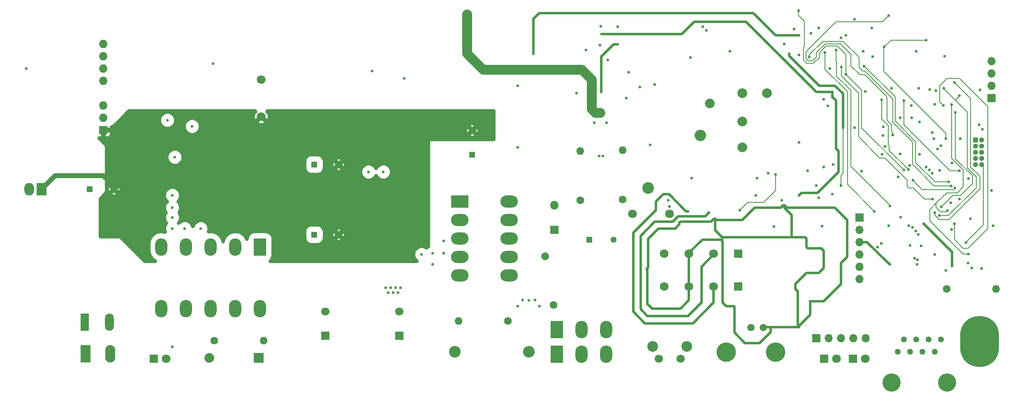
<source format=gbr>
G04 #@! TF.FileFunction,Copper,L3,Inr,Signal*
%FSLAX46Y46*%
G04 Gerber Fmt 4.6, Leading zero omitted, Abs format (unit mm)*
G04 Created by KiCad (PCBNEW 4.0.2-stable) date 06/03/2018 00:18:55*
%MOMM*%
G01*
G04 APERTURE LIST*
%ADD10C,0.100000*%
%ADD11C,1.998980*%
%ADD12R,1.998980X1.998980*%
%ADD13R,1.300000X1.300000*%
%ADD14C,1.300000*%
%ADD15C,1.700000*%
%ADD16R,1.700000X1.700000*%
%ADD17R,1.727200X1.727200*%
%ADD18O,1.727200X1.727200*%
%ADD19O,3.600000X2.500000*%
%ADD20R,3.600000X2.500000*%
%ADD21O,2.500000X3.600000*%
%ADD22R,2.500000X3.600000*%
%ADD23C,1.600000*%
%ADD24O,1.600000X1.600000*%
%ADD25C,2.400000*%
%ADD26O,2.400000X2.400000*%
%ADD27C,2.400000*%
%ADD28C,3.750000*%
%ADD29C,1.250000*%
%ADD30R,2.100000X3.600000*%
%ADD31O,2.100000X3.600000*%
%ADD32O,1.700000X1.700000*%
%ADD33R,1.050000X1.050000*%
%ADD34C,1.050000*%
%ADD35R,1.800000X1.800000*%
%ADD36C,1.800000*%
%ADD37R,1.800000X3.600000*%
%ADD38O,1.800000X3.600000*%
%ADD39C,2.200000*%
%ADD40C,1.600000*%
%ADD41O,1.800000X1.800000*%
%ADD42O,8.000000X10.500000*%
%ADD43R,2.000000X2.600000*%
%ADD44O,2.000000X2.600000*%
%ADD45C,1.500000*%
%ADD46C,4.000000*%
%ADD47C,0.600000*%
%ADD48C,2.000000*%
%ADD49C,0.180000*%
%ADD50C,0.500000*%
%ADD51C,2.000000*%
%ADD52C,1.000000*%
%ADD53C,0.800000*%
G04 APERTURE END LIST*
D10*
D11*
X156464000Y-226824540D03*
D12*
X166624000Y-226824540D03*
D13*
X131826000Y-192024000D03*
D14*
X136826000Y-192024000D03*
D13*
X234696000Y-202438000D03*
D14*
X239696000Y-202438000D03*
D13*
X210566000Y-184912000D03*
D14*
X210566000Y-179912000D03*
D15*
X180340000Y-217250000D03*
D16*
X180340000Y-222250000D03*
D15*
X195580000Y-217250000D03*
D16*
X195580000Y-222250000D03*
D13*
X178054000Y-201422000D03*
D14*
X183054000Y-201422000D03*
D17*
X134620000Y-179832000D03*
D18*
X134620000Y-177292000D03*
X134620000Y-174752000D03*
X134620000Y-169672000D03*
X134620000Y-167132000D03*
X134620000Y-164592000D03*
X134620000Y-162052000D03*
D19*
X208026000Y-209804000D03*
X208026000Y-205994000D03*
X218186000Y-209804000D03*
X218186000Y-205994000D03*
X208026000Y-202184000D03*
X208026000Y-198374000D03*
D20*
X208026000Y-194564000D03*
D19*
X218186000Y-194564000D03*
X218186000Y-198374000D03*
X218186000Y-202184000D03*
D21*
X146558000Y-203962000D03*
X151638000Y-203962000D03*
X146558000Y-216662000D03*
X151638000Y-216662000D03*
X156718000Y-203962000D03*
X161798000Y-203962000D03*
D22*
X166878000Y-203962000D03*
D21*
X166878000Y-216662000D03*
X161798000Y-216662000D03*
X156718000Y-216662000D03*
D23*
X217932000Y-219202000D03*
D24*
X207772000Y-219202000D03*
D25*
X207010000Y-225552000D03*
D26*
X222250000Y-225552000D03*
D23*
X157480000Y-223266000D03*
D24*
X167640000Y-223266000D03*
D25*
X246761000Y-191770000D03*
D27*
X257537307Y-180993693D02*
X257537307Y-180993693D01*
D23*
X232791000Y-194310000D03*
D24*
X232791000Y-184150000D03*
D23*
X241554000Y-194183000D03*
D24*
X241554000Y-184023000D03*
D28*
X308356000Y-231902000D03*
D29*
X299466000Y-223012000D03*
D28*
X296924000Y-231902000D03*
D29*
X302006000Y-223012000D03*
X304546000Y-223012000D03*
X307086000Y-223012000D03*
X298196000Y-225552000D03*
X300736000Y-225552000D03*
X303276000Y-225552000D03*
X305816000Y-225552000D03*
D30*
X131000000Y-226000000D03*
D31*
X136080000Y-226000000D03*
D21*
X238160000Y-226080000D03*
X233080000Y-226080000D03*
D22*
X228000000Y-226080000D03*
X228000000Y-221000000D03*
D21*
X233080000Y-221000000D03*
X238160000Y-221000000D03*
D16*
X281432000Y-222758000D03*
D32*
X283972000Y-222758000D03*
X286512000Y-222758000D03*
X289052000Y-222758000D03*
X291592000Y-222758000D03*
D16*
X290322000Y-197866000D03*
D32*
X290322000Y-200406000D03*
X290322000Y-202946000D03*
X290322000Y-205486000D03*
X290322000Y-208026000D03*
X290322000Y-210566000D03*
D33*
X314198000Y-181864000D03*
D34*
X314198000Y-183134000D03*
X314198000Y-184404000D03*
X314198000Y-185674000D03*
X314198000Y-186944000D03*
X315468000Y-183134000D03*
X315468000Y-184404000D03*
X315468000Y-185674000D03*
X315468000Y-186944000D03*
X315468000Y-181864000D03*
D35*
X289000000Y-227000000D03*
D36*
X291540000Y-227000000D03*
D35*
X283000000Y-227000000D03*
D36*
X285540000Y-227000000D03*
D35*
X145000000Y-227000000D03*
D36*
X147540000Y-227000000D03*
D13*
X178054000Y-186944000D03*
D14*
X183054000Y-186944000D03*
D37*
X130810000Y-219456000D03*
D38*
X135890000Y-219456000D03*
D39*
X247750000Y-224500000D03*
X254750000Y-224500000D03*
D15*
X249000000Y-227000000D03*
X253500000Y-227000000D03*
D36*
X260286500Y-212153500D03*
X255206500Y-212153500D03*
X250126500Y-212153500D03*
D35*
X265366500Y-212153500D03*
D36*
X260286500Y-205359000D03*
X255206500Y-205359000D03*
X250126500Y-205359000D03*
D35*
X265366500Y-205359000D03*
D23*
X227330000Y-215900000D03*
D40*
X225565735Y-205894353D02*
X225565735Y-205894353D01*
D35*
X227457000Y-200406000D03*
D41*
X227457000Y-195326000D03*
D36*
X243586000Y-197104000D03*
X251206000Y-197104000D03*
D42*
X315000000Y-223500000D03*
D16*
X317500000Y-173228000D03*
D32*
X317500000Y-170688000D03*
X317500000Y-168148000D03*
X317500000Y-165608000D03*
D43*
X121920000Y-192024000D03*
D44*
X119380000Y-192024000D03*
D23*
X308229000Y-212598000D03*
D24*
X318389000Y-212598000D03*
D45*
X268000000Y-220620000D03*
X270540000Y-220620000D03*
D46*
X273080000Y-225700000D03*
X262920000Y-225700000D03*
D36*
X167132000Y-169418000D03*
X167132000Y-177038000D03*
D47*
X301294800Y-190233300D03*
X309968900Y-191846200D03*
X284734000Y-193040000D03*
X282638500Y-199707500D03*
X313436000Y-208280000D03*
X219964000Y-216154000D03*
X222250000Y-215011000D03*
X220980000Y-214884000D03*
X274828000Y-162078620D03*
X309395106Y-186616094D03*
X308102000Y-208788000D03*
X302260000Y-206629000D03*
X282956000Y-173482000D03*
X279654000Y-188214000D03*
X268986000Y-193294000D03*
X274828000Y-195326000D03*
X240538000Y-158496000D03*
X237045500Y-158432500D03*
X233997500Y-163322000D03*
X236918500Y-162306000D03*
X280289000Y-159893000D03*
X298704000Y-177292000D03*
X290703000Y-188341000D03*
X289306000Y-156972000D03*
X301625000Y-206248000D03*
X307848000Y-164592000D03*
X196596000Y-169164000D03*
X219964000Y-170688000D03*
X219964000Y-183388000D03*
X246532400Y-208508600D03*
X276860000Y-159004000D03*
X277876000Y-164338000D03*
X255524000Y-164846000D03*
X258826000Y-159258000D03*
X258064000Y-158496000D03*
X263652000Y-163576000D03*
X295554400Y-183261000D03*
X295173400Y-180949600D03*
X317500000Y-192278000D03*
X238506000Y-165354000D03*
X312623200Y-207264000D03*
X296926002Y-171195998D03*
X305816000Y-174498000D03*
X294970200Y-184835800D03*
X301193200Y-199948800D03*
X305816000Y-205486000D03*
X300609000Y-187172600D03*
X298246800Y-189560200D03*
X296291000Y-199593200D03*
X309245000Y-200355200D03*
X300431200Y-199593200D03*
X291084000Y-163576000D03*
X302006000Y-163576000D03*
X317855600Y-199632000D03*
X313131200Y-198120000D03*
X282956000Y-187452000D03*
X247186660Y-182924660D03*
X251206000Y-195580000D03*
X250952000Y-194310000D03*
X246634000Y-215646000D03*
X248158000Y-200914000D03*
X253238000Y-198882000D03*
X260604000Y-198120000D03*
X268224000Y-196342000D03*
X287782000Y-200152000D03*
X287782000Y-205740000D03*
X286512000Y-211582000D03*
X280162000Y-215138000D03*
X277876000Y-220472000D03*
X237490000Y-185166000D03*
X236728000Y-185166000D03*
X223520000Y-214884000D03*
X224409000Y-216154000D03*
X194310000Y-213360000D03*
X192786000Y-212344000D03*
X193294000Y-213360000D03*
X195326000Y-213360000D03*
X194818000Y-212344000D03*
X193802000Y-212344000D03*
X195834000Y-212344000D03*
X281559000Y-195834000D03*
X284734000Y-195834000D03*
X277876000Y-193294000D03*
X237998000Y-160020000D03*
X237236000Y-160020000D03*
X291528500Y-171919900D03*
X305308000Y-180340000D03*
X284734000Y-172974000D03*
X289306000Y-179324000D03*
X284734000Y-171958000D03*
X275844000Y-164084000D03*
X286512000Y-191262000D03*
X295198800Y-179222402D03*
X286893000Y-179324000D03*
D48*
X209550000Y-155956000D03*
D47*
X271526000Y-188722000D03*
X255778000Y-189738000D03*
X284175200Y-167208202D03*
X306070000Y-171704000D03*
X235585000Y-171831000D03*
X236982000Y-176276000D03*
X235966000Y-176276000D03*
X147828000Y-177800000D03*
X172212000Y-193548000D03*
X189738000Y-203962000D03*
X189738000Y-205232000D03*
X188976000Y-204724000D03*
X188976000Y-202946000D03*
X190754000Y-203454000D03*
X190754000Y-204724000D03*
X190246000Y-202692000D03*
X195072000Y-177292000D03*
X195580000Y-176784000D03*
X194564000Y-176784000D03*
X196088000Y-177292000D03*
X196596000Y-176784000D03*
X172212000Y-192532000D03*
X170942000Y-193548000D03*
X172212000Y-191516000D03*
X170942000Y-192532000D03*
X170942000Y-191516000D03*
X169672000Y-192532000D03*
X169672000Y-193548000D03*
X169672000Y-191516000D03*
X148590000Y-188214000D03*
X147066000Y-188468000D03*
X149352000Y-188976000D03*
X147828000Y-187706000D03*
X148082000Y-188976000D03*
X149352000Y-187960000D03*
X148590000Y-189738000D03*
X188976000Y-205994000D03*
X190754000Y-205740000D03*
X194056000Y-181356000D03*
X194056000Y-182372000D03*
X281940000Y-193852800D03*
X298678600Y-184772300D03*
X311023000Y-181610000D03*
X314934600Y-178739800D03*
X315595000Y-179679600D03*
X223139000Y-164084000D03*
X305308000Y-188722000D03*
X304038000Y-187452000D03*
X304673000Y-188087000D03*
X277876000Y-160274000D03*
X276860000Y-160274000D03*
X292862000Y-158750000D03*
X281940000Y-158750000D03*
X303530000Y-199136000D03*
X309372000Y-207899000D03*
X302133000Y-207518000D03*
X296545000Y-207518000D03*
X297206620Y-180873400D03*
X296341800Y-156210000D03*
X309118000Y-194881500D03*
X306781200Y-188137800D03*
X255016000Y-196596000D03*
X259334000Y-196850000D03*
D48*
X266192000Y-172212000D03*
X259502000Y-174330000D03*
X266192000Y-183388000D03*
X271272000Y-172212000D03*
X266192000Y-178054000D03*
D47*
X308102000Y-181610000D03*
X304038000Y-161290000D03*
X295402000Y-162687000D03*
X309880000Y-170053000D03*
X305841400Y-196862700D03*
X307200300Y-195668900D03*
X310070500Y-176237900D03*
X248158000Y-170434000D03*
X305612800Y-181635400D03*
X154686000Y-200152000D03*
X151384000Y-200152000D03*
X148844000Y-200152000D03*
X148844000Y-197866000D03*
X148844000Y-195834000D03*
X148844000Y-193294000D03*
X307594000Y-174752000D03*
X309829200Y-199199500D03*
X309245000Y-174625000D03*
X312762900Y-205460600D03*
X308444900Y-196456300D03*
X312750200Y-189826900D03*
X312242200Y-203073000D03*
X294005000Y-203962000D03*
X300685200Y-203657200D03*
X294817800Y-203250800D03*
X302412400Y-201371200D03*
X269240000Y-189738000D03*
X306374800Y-183781700D03*
X265684000Y-196342000D03*
X273050000Y-188976000D03*
X307060600Y-183095900D03*
X310896000Y-188214000D03*
X299466000Y-173799500D03*
X245109994Y-170942000D03*
X277876000Y-182372000D03*
X279984200Y-164820600D03*
X309232300Y-191350900D03*
X308724300Y-190538100D03*
X291211000Y-166624000D03*
X315442600Y-208432400D03*
X148844000Y-224536000D03*
X294894000Y-173609000D03*
X300355000Y-188036200D03*
X235712000Y-178308000D03*
X238252000Y-178308000D03*
X302514000Y-171196000D03*
X242316000Y-173228000D03*
X232029000Y-172212000D03*
X300990000Y-174752000D03*
X304800000Y-171450000D03*
X242824000Y-167894000D03*
X302704500Y-184873900D03*
X298805600Y-197815200D03*
X301091600Y-177317400D03*
X283819600Y-174879000D03*
X277812500Y-155257500D03*
X287515300Y-168351200D03*
X299415200Y-188112400D03*
X149352000Y-185420000D03*
X152908000Y-179070000D03*
X281432000Y-191262000D03*
X284861000Y-186944000D03*
X302641000Y-178181000D03*
X301879000Y-200710800D03*
X303022000Y-203708000D03*
X310896000Y-194081400D03*
X310896000Y-172720000D03*
X292989000Y-164719000D03*
X307632100Y-171259500D03*
X306705000Y-197497700D03*
X157226000Y-166116000D03*
X286512000Y-160782000D03*
X283210000Y-163830000D03*
X293395400Y-196621400D03*
X285483300Y-163385500D03*
X296595800Y-195491100D03*
X305409600Y-194068700D03*
X286588200Y-166827200D03*
X272732500Y-199771000D03*
X274320000Y-194310000D03*
X192278000Y-188468000D03*
X189230000Y-188468000D03*
X202438000Y-207518000D03*
X202438000Y-205232000D03*
X204724000Y-205232000D03*
X204724000Y-202692000D03*
X200152000Y-205486000D03*
X287528000Y-160274000D03*
X189992000Y-167640000D03*
X237109000Y-171958000D03*
X240538000Y-162179000D03*
X118745000Y-167182800D03*
X315137800Y-171602400D03*
D49*
X309668901Y-192146199D02*
X303207699Y-192146199D01*
X303207699Y-192146199D02*
X301594799Y-190533299D01*
X301594799Y-190533299D02*
X301294800Y-190233300D01*
X309968900Y-191846200D02*
X309668901Y-192146199D01*
D50*
X260604000Y-198120000D02*
X260604000Y-200533000D01*
X260604000Y-200533000D02*
X262064500Y-201993500D01*
X274828000Y-195326000D02*
X274828000Y-195834000D01*
X274828000Y-195834000D02*
X276352000Y-197358000D01*
X276352000Y-197358000D02*
X276352000Y-201930000D01*
X262064500Y-202755500D02*
X262064500Y-201993500D01*
X262064500Y-201993500D02*
X262128000Y-201930000D01*
X262128000Y-201930000D02*
X272796000Y-201930000D01*
X272796000Y-201930000D02*
X276352000Y-201930000D01*
X276352000Y-201930000D02*
X279146000Y-201930000D01*
X279146000Y-201930000D02*
X279400000Y-202184000D01*
X279400000Y-202184000D02*
X279400000Y-203962000D01*
X279400000Y-203962000D02*
X279654000Y-204216000D01*
X279654000Y-204216000D02*
X282448000Y-204216000D01*
X282448000Y-204216000D02*
X282956000Y-204724000D01*
X282956000Y-204724000D02*
X282956000Y-208280000D01*
X282956000Y-208280000D02*
X281940000Y-209296000D01*
X281940000Y-209296000D02*
X279400000Y-209296000D01*
X279400000Y-209296000D02*
X277114000Y-211582000D01*
X277114000Y-211582000D02*
X277114000Y-212598000D01*
X277114000Y-212598000D02*
X277622000Y-213106000D01*
X277622000Y-213106000D02*
X277622000Y-220218000D01*
X277622000Y-220218000D02*
X277876000Y-220472000D01*
X264541000Y-216535000D02*
X264541000Y-216281000D01*
X264541000Y-216281000D02*
X264414000Y-216154000D01*
X264414000Y-216154000D02*
X262890000Y-216154000D01*
X262890000Y-216154000D02*
X262128000Y-215392000D01*
X262128000Y-215392000D02*
X262128000Y-214122000D01*
X272034000Y-220472000D02*
X272034000Y-221488000D01*
X272034000Y-221488000D02*
X269748000Y-223774000D01*
X269748000Y-223774000D02*
X266700000Y-223774000D01*
X266700000Y-223774000D02*
X264541000Y-221615000D01*
X264541000Y-221615000D02*
X264541000Y-221361000D01*
X257937000Y-202438000D02*
X261747000Y-202438000D01*
X261747000Y-202438000D02*
X262064500Y-202755500D01*
X262064500Y-202755500D02*
X262128000Y-202819000D01*
X262128000Y-202819000D02*
X262128000Y-214122000D01*
X264541000Y-216535000D02*
X264541000Y-221361000D01*
X251968000Y-200152000D02*
X252349000Y-200152000D01*
X252349000Y-200152000D02*
X253238000Y-199263000D01*
X253238000Y-199263000D02*
X253238000Y-198882000D01*
X260604000Y-198120000D02*
X260350000Y-198120000D01*
X260350000Y-198120000D02*
X259715000Y-198755000D01*
X259715000Y-198755000D02*
X253492000Y-198755000D01*
X248158000Y-200914000D02*
X246773700Y-202298300D01*
X246773700Y-202298300D02*
X246773700Y-208149902D01*
X246773700Y-208149902D02*
X246832399Y-208208601D01*
X246832399Y-208208601D02*
X246532400Y-208508600D01*
X246634000Y-215646000D02*
X246634000Y-208610200D01*
X246634000Y-208610200D02*
X246532400Y-208508600D01*
X271526000Y-220472000D02*
X270688000Y-220472000D01*
X270688000Y-220472000D02*
X270540000Y-220620000D01*
X270510000Y-220650000D02*
X270540000Y-220620000D01*
X246634000Y-215646000D02*
X247650000Y-216662000D01*
X247650000Y-216662000D02*
X253492000Y-216662000D01*
X253492000Y-216662000D02*
X255206500Y-214947500D01*
X255206500Y-214947500D02*
X255206500Y-212153500D01*
X251968000Y-200152000D02*
X248920000Y-200152000D01*
X248920000Y-200152000D02*
X248158000Y-200914000D01*
X268224000Y-196342000D02*
X266192000Y-198374000D01*
X266192000Y-198374000D02*
X260858000Y-198374000D01*
X260858000Y-198374000D02*
X260604000Y-198120000D01*
X274828000Y-195326000D02*
X274574000Y-195326000D01*
X274574000Y-195326000D02*
X274066000Y-195834000D01*
X274066000Y-195834000D02*
X268732000Y-195834000D01*
X268732000Y-195834000D02*
X268224000Y-196342000D01*
X281559000Y-195834000D02*
X275336000Y-195834000D01*
X275336000Y-195834000D02*
X274828000Y-195326000D01*
X284734000Y-195834000D02*
X281559000Y-195834000D01*
X287782000Y-200152000D02*
X287782000Y-198374000D01*
X287782000Y-198374000D02*
X285242000Y-195834000D01*
X285242000Y-195834000D02*
X284734000Y-195834000D01*
X287782000Y-205740000D02*
X287782000Y-200152000D01*
X286512000Y-211582000D02*
X286512000Y-207264000D01*
X286512000Y-207264000D02*
X287782000Y-205994000D01*
X287782000Y-205994000D02*
X287782000Y-205740000D01*
X280162000Y-215138000D02*
X282956000Y-215138000D01*
X282956000Y-215138000D02*
X286512000Y-211582000D01*
X277876000Y-220472000D02*
X277876000Y-220218000D01*
X277876000Y-220218000D02*
X280162000Y-217932000D01*
X280162000Y-217932000D02*
X280162000Y-215138000D01*
X271526000Y-220472000D02*
X272034000Y-220472000D01*
X272034000Y-220472000D02*
X277876000Y-220472000D01*
X255206500Y-212153500D02*
X254825500Y-212153500D01*
X255206500Y-212153500D02*
X255206500Y-205359000D01*
X255206500Y-205359000D02*
X255206500Y-205168500D01*
X255206500Y-205168500D02*
X257937000Y-202438000D01*
X285496000Y-180314600D02*
X285496000Y-183642000D01*
X285496000Y-180314600D02*
X285496000Y-173736000D01*
X284734000Y-172974000D02*
X285496000Y-173736000D01*
X278384000Y-192786000D02*
X277876000Y-193294000D01*
X281686000Y-192786000D02*
X278384000Y-192786000D01*
X286004000Y-188468000D02*
X281686000Y-192786000D01*
X286004000Y-184150000D02*
X286004000Y-188468000D01*
X285496000Y-183642000D02*
X286004000Y-184150000D01*
X237998000Y-160020000D02*
X253746000Y-160020000D01*
X281432000Y-171958000D02*
X284734000Y-171958000D01*
X266954000Y-157480000D02*
X281432000Y-171958000D01*
X256286000Y-157480000D02*
X266954000Y-157480000D01*
X253746000Y-160020000D02*
X256286000Y-157480000D01*
X237236000Y-160020000D02*
X237998000Y-160020000D01*
X284734000Y-171958000D02*
X284734000Y-172974000D01*
D49*
X286512000Y-191262000D02*
X286512000Y-189230000D01*
X286512000Y-189230000D02*
X286893000Y-188849000D01*
X286893000Y-188849000D02*
X286893000Y-179324000D01*
D50*
X275844000Y-164084000D02*
X275844000Y-164508264D01*
X275844000Y-164508264D02*
X282023736Y-170688000D01*
X282023736Y-170688000D02*
X285242000Y-170688000D01*
X285242000Y-170688000D02*
X286893000Y-172339000D01*
X286893000Y-172339000D02*
X286893000Y-179324000D01*
D51*
X235204000Y-169418000D02*
X233172000Y-167386000D01*
X235204000Y-175514000D02*
X235204000Y-169926000D01*
X235966000Y-176276000D02*
X235204000Y-175514000D01*
X235204000Y-169926000D02*
X235204000Y-169418000D01*
X209550000Y-164084000D02*
X209550000Y-155956000D01*
X212852000Y-167386000D02*
X209550000Y-164084000D01*
X233172000Y-167386000D02*
X212852000Y-167386000D01*
D50*
X235585000Y-171831000D02*
X235585000Y-175895000D01*
X235585000Y-175895000D02*
X235966000Y-176276000D01*
D51*
X235966000Y-176276000D02*
X236982000Y-176276000D01*
D52*
X136826000Y-192024000D02*
X136826000Y-191436000D01*
X136826000Y-191436000D02*
X134620000Y-189230000D01*
X134620000Y-189230000D02*
X124714000Y-189230000D01*
X124714000Y-189230000D02*
X121920000Y-192024000D01*
D50*
X231394000Y-155702000D02*
X224345500Y-155702000D01*
X273050000Y-160274000D02*
X276860000Y-160274000D01*
X268478000Y-155702000D02*
X273050000Y-160274000D01*
X231394000Y-155702000D02*
X268478000Y-155702000D01*
X223139000Y-156908500D02*
X223139000Y-164084000D01*
X224345500Y-155702000D02*
X223139000Y-156908500D01*
X276860000Y-160274000D02*
X277876000Y-160274000D01*
X309372000Y-207899000D02*
X309372000Y-204978000D01*
X309372000Y-204978000D02*
X303530000Y-199136000D01*
X296118001Y-207218001D02*
X291846000Y-202946000D01*
X291846000Y-202946000D02*
X290322000Y-202946000D01*
X296545000Y-207518000D02*
X296245001Y-207218001D01*
X296245001Y-207218001D02*
X296118001Y-207218001D01*
D49*
X279717500Y-165544500D02*
X279336500Y-165163500D01*
X279717500Y-165544500D02*
X280670000Y-165544500D01*
X280670000Y-165544500D02*
X281432000Y-164782500D01*
X281432000Y-164782500D02*
X281432000Y-163893500D01*
X281432000Y-163893500D02*
X283273500Y-162052000D01*
X283273500Y-162052000D02*
X286385000Y-162052000D01*
X286385000Y-162052000D02*
X288544000Y-164211000D01*
X288544000Y-164211000D02*
X288544000Y-166624000D01*
X288544000Y-166624000D02*
X290379910Y-168459910D01*
X290379910Y-168459910D02*
X291014910Y-168459910D01*
X291421310Y-168459910D02*
X291014910Y-168459910D01*
X295960800Y-173380400D02*
X295910000Y-173329600D01*
X295960800Y-177876200D02*
X295960800Y-173380400D01*
X295910000Y-172948600D02*
X291421310Y-168459910D01*
X296875200Y-178790600D02*
X295960800Y-177876200D01*
X296875200Y-180117716D02*
X296875200Y-178790600D01*
X297206620Y-180449136D02*
X296875200Y-180117716D01*
X295910000Y-173329600D02*
X295910000Y-172948600D01*
X297206620Y-180873400D02*
X297206620Y-180449136D01*
X279336500Y-165163500D02*
X279336500Y-163690300D01*
X279336500Y-163690300D02*
X279336500Y-163766500D01*
X279336500Y-163766500D02*
X279336500Y-163690300D01*
X285494799Y-157532001D02*
X295019799Y-157532001D01*
X295019799Y-157532001D02*
X296341800Y-156210000D01*
X279336500Y-163690300D02*
X285494799Y-157532001D01*
D50*
X248412000Y-196342000D02*
X248412000Y-194614800D01*
X255016000Y-196596000D02*
X254591736Y-196596000D01*
X243713000Y-201041000D02*
X248412000Y-196342000D01*
X254337736Y-196342000D02*
X254591736Y-196596000D01*
X243713000Y-217297000D02*
X243713000Y-201041000D01*
X246126000Y-219710000D02*
X243713000Y-217297000D01*
X256032000Y-219710000D02*
X246126000Y-219710000D01*
X260286500Y-215455500D02*
X256032000Y-219710000D01*
X260286500Y-215455500D02*
X260286500Y-212153500D01*
X251111936Y-193116200D02*
X254337736Y-196342000D01*
X249910600Y-193116200D02*
X251111936Y-193116200D01*
X248412000Y-194614800D02*
X249910600Y-193116200D01*
X258572000Y-197612000D02*
X259334000Y-196850000D01*
X252984000Y-197612000D02*
X258572000Y-197612000D01*
X248158000Y-198755000D02*
X248005600Y-198907400D01*
X251891800Y-198755000D02*
X248158000Y-198755000D01*
X252984000Y-197662800D02*
X251891800Y-198755000D01*
X260286500Y-205359000D02*
X260286500Y-205549500D01*
X260286500Y-205549500D02*
X257810000Y-208026000D01*
X245237000Y-201676000D02*
X248005600Y-198907400D01*
X245237000Y-216789000D02*
X245237000Y-201676000D01*
X246634000Y-218186000D02*
X245237000Y-216789000D01*
X255016000Y-218186000D02*
X246634000Y-218186000D01*
X257810000Y-215392000D02*
X255016000Y-218186000D01*
X257810000Y-208026000D02*
X257810000Y-215392000D01*
D49*
X307670200Y-180149500D02*
X295287700Y-167767000D01*
X295287700Y-162801300D02*
X295402000Y-162687000D01*
X295287700Y-167767000D02*
X295287700Y-162801300D01*
X308102000Y-180581300D02*
X307670200Y-180149500D01*
X308102000Y-181610000D02*
X308102000Y-180581300D01*
X298196000Y-161290000D02*
X296799000Y-161290000D01*
X304038000Y-161290000D02*
X298196000Y-161290000D01*
X296799000Y-161290000D02*
X295402000Y-162687000D01*
X305841400Y-196862700D02*
X305841400Y-197286964D01*
X305841400Y-197286964D02*
X305866800Y-197312364D01*
X305866800Y-197312364D02*
X305866800Y-197488302D01*
X305866800Y-197488302D02*
X306727098Y-198348600D01*
X306727098Y-198348600D02*
X308762400Y-198348600D01*
X308762400Y-198348600D02*
X315117990Y-191993010D01*
X315117990Y-191993010D02*
X315117990Y-189387990D01*
X315117990Y-189387990D02*
X313194700Y-187464700D01*
X313194700Y-187464700D02*
X313194700Y-173380400D01*
X313194700Y-173380400D02*
X309880000Y-170065700D01*
X309880000Y-170065700D02*
X309880000Y-170053000D01*
X307500299Y-195368901D02*
X307200300Y-195668900D01*
X313563000Y-190881000D02*
X311111900Y-193332100D01*
X313563000Y-189303204D02*
X313563000Y-190881000D01*
X310070500Y-176237900D02*
X310070500Y-185810704D01*
X310070500Y-185810704D02*
X313563000Y-189303204D01*
X309537100Y-193332100D02*
X307500299Y-195368901D01*
X311111900Y-193332100D02*
X309537100Y-193332100D01*
X306832000Y-173990000D02*
X306832000Y-170688000D01*
X309829200Y-202387200D02*
X309829200Y-199623764D01*
X307594000Y-174752000D02*
X306832000Y-173990000D01*
X308356000Y-169164000D02*
X310896000Y-169164000D01*
X310896000Y-169164000D02*
X316764601Y-175032601D01*
X316764601Y-175032601D02*
X316764601Y-179211801D01*
X316738000Y-200152000D02*
X312674000Y-204216000D01*
X309829200Y-199623764D02*
X309829200Y-199199500D01*
X316764601Y-179211801D02*
X316738000Y-179238402D01*
X306832000Y-170688000D02*
X308356000Y-169164000D01*
X311658000Y-204216000D02*
X309829200Y-202387200D01*
X316738000Y-179238402D02*
X316738000Y-200152000D01*
X312674000Y-204216000D02*
X311658000Y-204216000D01*
X309245000Y-174625000D02*
X309245000Y-185674000D01*
X309245000Y-185674000D02*
X311658000Y-188087000D01*
X311658000Y-188087000D02*
X311658000Y-191554100D01*
X311658000Y-191554100D02*
X310426100Y-192786000D01*
X310426100Y-192786000D02*
X308254400Y-192786000D01*
X306158900Y-194881500D02*
X308254400Y-192786000D01*
X312762900Y-205460600D02*
X311670700Y-205460600D01*
X311670700Y-205460600D02*
X304774600Y-198564500D01*
X304774600Y-198564500D02*
X304774600Y-196253100D01*
X304774600Y-196253100D02*
X306158900Y-194868800D01*
X306158900Y-194868800D02*
X306158900Y-194881500D01*
X306158900Y-194881500D02*
X306044600Y-194995800D01*
X306044600Y-194995800D02*
X306044600Y-195757800D01*
X306044600Y-195757800D02*
X306971700Y-196684900D01*
X306971700Y-196684900D02*
X308216300Y-196684900D01*
X308216300Y-196684900D02*
X308444900Y-196456300D01*
X312242200Y-203073000D02*
X312242200Y-202971400D01*
X312242200Y-202971400D02*
X315760100Y-199453500D01*
X315760100Y-199453500D02*
X315760100Y-187236100D01*
X315760100Y-187236100D02*
X315468000Y-186944000D01*
X273050000Y-188976000D02*
X273050000Y-192278000D01*
X267258800Y-194767200D02*
X265684000Y-196342000D01*
X270560800Y-194767200D02*
X267258800Y-194767200D01*
X273050000Y-192278000D02*
X270560800Y-194767200D01*
X310471736Y-188214000D02*
X310896000Y-188214000D01*
X308940200Y-188214000D02*
X310471736Y-188214000D01*
X299466000Y-178739800D02*
X308940200Y-188214000D01*
X299466000Y-173799500D02*
X299466000Y-178739800D01*
X290245800Y-165798500D02*
X290245800Y-164833300D01*
X279984200Y-164414200D02*
X279984200Y-164820600D01*
X279984200Y-164325300D02*
X279984200Y-164414200D01*
X282765500Y-161544000D02*
X279984200Y-164325300D01*
X286956500Y-161544000D02*
X282765500Y-161544000D01*
X290245800Y-164833300D02*
X286956500Y-161544000D01*
X290245800Y-166954200D02*
X290245800Y-165798500D01*
X290245800Y-165798500D02*
X290245800Y-165785800D01*
X291007800Y-167716200D02*
X290245800Y-166954200D01*
X297154600Y-178257200D02*
X297154600Y-173431200D01*
X297154600Y-173431200D02*
X291439600Y-167716200D01*
X301231300Y-182333900D02*
X297154600Y-178257200D01*
X301244000Y-186118500D02*
X301231300Y-186105800D01*
X309232300Y-191350900D02*
X305676300Y-191350900D01*
X301231300Y-186105800D02*
X301231300Y-182333900D01*
X291439600Y-167716200D02*
X291007800Y-167716200D01*
X301244000Y-186918600D02*
X301244000Y-186118500D01*
X305676300Y-191350900D02*
X301244000Y-186918600D01*
X291655500Y-167043100D02*
X291630100Y-167043100D01*
X297649900Y-173037500D02*
X291655500Y-167043100D01*
X297649900Y-178015900D02*
X297649900Y-173037500D01*
X301840900Y-182206900D02*
X297649900Y-178015900D01*
X301840900Y-186524900D02*
X301840900Y-182206900D01*
X305854100Y-190538100D02*
X301840900Y-186524900D01*
X308724300Y-190538100D02*
X305854100Y-190538100D01*
X291630100Y-167043100D02*
X291211000Y-166624000D01*
X294894000Y-177546000D02*
X294894000Y-173609000D01*
X300355000Y-188036200D02*
X296418000Y-184099200D01*
X296418000Y-184099200D02*
X296418000Y-183117998D01*
X296418000Y-183117998D02*
X296265600Y-182965598D01*
X296265600Y-182965598D02*
X296265600Y-178917600D01*
X296265600Y-178917600D02*
X294894000Y-177546000D01*
X278765000Y-162814000D02*
X278765000Y-165417500D01*
X277812500Y-156273500D02*
X278955500Y-157416500D01*
X278955500Y-157416500D02*
X278955500Y-162623500D01*
X278955500Y-162623500D02*
X278765000Y-162814000D01*
X277812500Y-155257500D02*
X277812500Y-156273500D01*
X280860500Y-166052500D02*
X282067000Y-164846000D01*
X279400000Y-166052500D02*
X280860500Y-166052500D01*
X278765000Y-165417500D02*
X279400000Y-166052500D01*
X287515300Y-168351200D02*
X287515300Y-164261800D01*
X282067000Y-163893500D02*
X282067000Y-164846000D01*
X283464000Y-162496500D02*
X282067000Y-163893500D01*
X285750000Y-162496500D02*
X283464000Y-162496500D01*
X287515300Y-164261800D02*
X285750000Y-162496500D01*
X299415200Y-188112400D02*
X290766500Y-179463700D01*
X290766500Y-179463700D02*
X290766500Y-171602400D01*
X290766500Y-171602400D02*
X287815299Y-168651199D01*
X287815299Y-168651199D02*
X287515300Y-168351200D01*
X310896000Y-172720000D02*
X310896000Y-172872400D01*
X310070500Y-173697900D02*
X310134000Y-173697900D01*
X310896000Y-172872400D02*
X310070500Y-173697900D01*
X310134000Y-173736000D02*
X310134000Y-173697900D01*
X310134000Y-173697900D02*
X310134000Y-173761400D01*
X310083200Y-173685200D02*
X310134000Y-173736000D01*
X310057800Y-173685200D02*
X310083200Y-173685200D01*
X306705000Y-197497700D02*
X308597300Y-197497700D01*
X308597300Y-197497700D02*
X314325000Y-191770000D01*
X314325000Y-191770000D02*
X314325000Y-189484000D01*
X314325000Y-189484000D02*
X312483500Y-187642500D01*
X312483500Y-187642500D02*
X312483500Y-176110900D01*
X312483500Y-176110900D02*
X310134000Y-173761400D01*
X310134000Y-173761400D02*
X307932099Y-171559499D01*
X307932099Y-171559499D02*
X307632100Y-171259500D01*
X283210000Y-164254264D02*
X283210000Y-163830000D01*
X283210000Y-167322500D02*
X283210000Y-164254264D01*
X287832800Y-171945300D02*
X283210000Y-167322500D01*
X287832800Y-191058800D02*
X287832800Y-171945300D01*
X293395400Y-196621400D02*
X287832800Y-191058800D01*
X283210000Y-164084002D02*
X283210000Y-163830000D01*
X285470600Y-165366700D02*
X285470600Y-165862000D01*
X285470600Y-165862000D02*
X285648400Y-166039800D01*
X285648400Y-166039800D02*
X285610300Y-166077900D01*
X285610300Y-166077900D02*
X285610300Y-168770300D01*
X285610300Y-168770300D02*
X288505900Y-171665900D01*
X288505900Y-171665900D02*
X288505900Y-187286900D01*
X288505900Y-187286900D02*
X296595800Y-195376800D01*
X296595800Y-195376800D02*
X296595800Y-195491100D01*
X285483300Y-163809764D02*
X285483300Y-163385500D01*
X285483300Y-165354000D02*
X285483300Y-163809764D01*
X285470600Y-165366700D02*
X285483300Y-165354000D01*
X285470600Y-165379400D02*
X285470600Y-165366700D01*
X286588200Y-166827200D02*
X286588200Y-168719500D01*
X286588200Y-168719500D02*
X290106100Y-172237400D01*
X301383700Y-191795400D02*
X303657000Y-194068700D01*
X303657000Y-194068700D02*
X304985336Y-194068700D01*
X304985336Y-194068700D02*
X305409600Y-194068700D01*
X290106100Y-172237400D02*
X290106100Y-181216300D01*
X300164500Y-191516000D02*
X300443900Y-191795400D01*
X300443900Y-191795400D02*
X301383700Y-191795400D01*
X290106100Y-181216300D02*
X294500300Y-185610500D01*
X294500300Y-185610500D02*
X295592500Y-185610500D01*
X295592500Y-185610500D02*
X300164500Y-190182500D01*
X300164500Y-190182500D02*
X300164500Y-191516000D01*
D50*
X237109000Y-171958000D02*
X237109000Y-164719000D01*
X239649000Y-162179000D02*
X240538000Y-162179000D01*
X237109000Y-164719000D02*
X239649000Y-162179000D01*
D53*
G36*
X165979385Y-176026809D02*
X165673284Y-176101788D01*
X165426049Y-176731279D01*
X165438530Y-177407466D01*
X165673284Y-177974212D01*
X165979387Y-178049192D01*
X166990579Y-177038000D01*
X166976437Y-177023858D01*
X167117858Y-176882437D01*
X167132000Y-176896579D01*
X167146143Y-176882437D01*
X167287564Y-177023858D01*
X167273421Y-177038000D01*
X168284613Y-178049192D01*
X168590716Y-177974212D01*
X168837951Y-177344721D01*
X168825470Y-176668534D01*
X168590716Y-176101788D01*
X168284615Y-176026809D01*
X168397424Y-175914000D01*
X214992000Y-175914000D01*
X214992000Y-181718000D01*
X201930000Y-181718000D01*
X201774378Y-181749514D01*
X201643277Y-181839092D01*
X201557356Y-181972617D01*
X201530000Y-182118000D01*
X201530000Y-203767775D01*
X201476285Y-203789970D01*
X201168103Y-204097614D01*
X201116230Y-204045650D01*
X200491634Y-203786296D01*
X199815333Y-203785706D01*
X199190285Y-204043970D01*
X198711650Y-204521770D01*
X198452296Y-205146366D01*
X198451706Y-205822667D01*
X198709970Y-206447715D01*
X199125529Y-206864000D01*
X169000830Y-206864000D01*
X169123303Y-206785191D01*
X169442966Y-206317349D01*
X169555427Y-205762000D01*
X169555427Y-202162000D01*
X169457806Y-201643191D01*
X169151191Y-201166697D01*
X168683349Y-200847034D01*
X168312821Y-200772000D01*
X175976573Y-200772000D01*
X175976573Y-202072000D01*
X176074194Y-202590809D01*
X176380809Y-203067303D01*
X176848651Y-203386966D01*
X177404000Y-203499427D01*
X178704000Y-203499427D01*
X179222809Y-203401806D01*
X179699303Y-203095191D01*
X180018966Y-202627349D01*
X180066238Y-202393911D01*
X182223510Y-202393911D01*
X182267906Y-202674096D01*
X182806900Y-202879612D01*
X183383513Y-202863218D01*
X183840094Y-202674096D01*
X183884490Y-202393911D01*
X183054000Y-201563421D01*
X182223510Y-202393911D01*
X180066238Y-202393911D01*
X180131427Y-202072000D01*
X180131427Y-201174900D01*
X181596388Y-201174900D01*
X181612782Y-201751513D01*
X181801904Y-202208094D01*
X182082089Y-202252490D01*
X182912579Y-201422000D01*
X183195421Y-201422000D01*
X184025911Y-202252490D01*
X184306096Y-202208094D01*
X184511612Y-201669100D01*
X184495218Y-201092487D01*
X184306096Y-200635906D01*
X184025911Y-200591510D01*
X183195421Y-201422000D01*
X182912579Y-201422000D01*
X182082089Y-200591510D01*
X181801904Y-200635906D01*
X181596388Y-201174900D01*
X180131427Y-201174900D01*
X180131427Y-200772000D01*
X180070856Y-200450089D01*
X182223510Y-200450089D01*
X183054000Y-201280579D01*
X183884490Y-200450089D01*
X183840094Y-200169904D01*
X183301100Y-199964388D01*
X182724487Y-199980782D01*
X182267906Y-200169904D01*
X182223510Y-200450089D01*
X180070856Y-200450089D01*
X180033806Y-200253191D01*
X179727191Y-199776697D01*
X179259349Y-199457034D01*
X178704000Y-199344573D01*
X177404000Y-199344573D01*
X176885191Y-199442194D01*
X176408697Y-199748809D01*
X176089034Y-200216651D01*
X175976573Y-200772000D01*
X168312821Y-200772000D01*
X168128000Y-200734573D01*
X165628000Y-200734573D01*
X165109191Y-200832194D01*
X164632697Y-201138809D01*
X164313034Y-201606651D01*
X164200573Y-202162000D01*
X164200573Y-202266790D01*
X163671833Y-201475475D01*
X162812111Y-200901027D01*
X161798000Y-200699308D01*
X160783889Y-200901027D01*
X159924167Y-201475475D01*
X159349719Y-202335197D01*
X159258000Y-202796300D01*
X159166281Y-202335197D01*
X158591833Y-201475475D01*
X157732111Y-200901027D01*
X156718000Y-200699308D01*
X156261790Y-200790054D01*
X156385704Y-200491634D01*
X156386294Y-199815333D01*
X156128030Y-199190285D01*
X155650230Y-198711650D01*
X155025634Y-198452296D01*
X154349333Y-198451706D01*
X153724285Y-198709970D01*
X153245650Y-199187770D01*
X153034801Y-199695552D01*
X152826030Y-199190285D01*
X152348230Y-198711650D01*
X151723634Y-198452296D01*
X151047333Y-198451706D01*
X150422285Y-198709970D01*
X150113881Y-199017836D01*
X150105164Y-199009103D01*
X150284350Y-198830230D01*
X150543704Y-198205634D01*
X150544294Y-197529333D01*
X150286030Y-196904285D01*
X150232164Y-196850325D01*
X150284350Y-196798230D01*
X150543704Y-196173634D01*
X150544294Y-195497333D01*
X150286030Y-194872285D01*
X149978164Y-194563881D01*
X150284350Y-194258230D01*
X150543704Y-193633634D01*
X150544294Y-192957333D01*
X150286030Y-192332285D01*
X149808230Y-191853650D01*
X149183634Y-191594296D01*
X148507333Y-191593706D01*
X147882285Y-191851970D01*
X147403650Y-192329770D01*
X147144296Y-192954366D01*
X147143706Y-193630667D01*
X147401970Y-194255715D01*
X147709836Y-194564119D01*
X147403650Y-194869770D01*
X147144296Y-195494366D01*
X147143706Y-196170667D01*
X147401970Y-196795715D01*
X147455836Y-196849675D01*
X147403650Y-196901770D01*
X147144296Y-197526366D01*
X147143706Y-198202667D01*
X147401970Y-198827715D01*
X147582836Y-199008897D01*
X147403650Y-199187770D01*
X147144296Y-199812366D01*
X147143706Y-200488667D01*
X147290984Y-200845107D01*
X146558000Y-200699308D01*
X145543889Y-200901027D01*
X144684167Y-201475475D01*
X144109719Y-202335197D01*
X143908000Y-203349308D01*
X143908000Y-204574692D01*
X144109719Y-205588803D01*
X144684167Y-206448525D01*
X145305969Y-206864000D01*
X143167686Y-206864000D01*
X138204843Y-201901157D01*
X138072517Y-201813400D01*
X137922000Y-201784000D01*
X134004000Y-201784000D01*
X134004000Y-193967686D01*
X134975775Y-192995911D01*
X135995510Y-192995911D01*
X136039906Y-193276096D01*
X136578900Y-193481612D01*
X137155513Y-193465218D01*
X137612094Y-193276096D01*
X137656490Y-192995911D01*
X136826000Y-192165421D01*
X135995510Y-192995911D01*
X134975775Y-192995911D01*
X135156843Y-192814843D01*
X135244600Y-192682517D01*
X135274000Y-192532000D01*
X135274000Y-191776900D01*
X135368388Y-191776900D01*
X135384782Y-192353513D01*
X135573904Y-192810094D01*
X135854089Y-192854490D01*
X136684579Y-192024000D01*
X136967421Y-192024000D01*
X137797911Y-192854490D01*
X138078096Y-192810094D01*
X138283612Y-192271100D01*
X138267218Y-191694487D01*
X138078096Y-191237906D01*
X137797911Y-191193510D01*
X136967421Y-192024000D01*
X136684579Y-192024000D01*
X135854089Y-191193510D01*
X135573904Y-191237906D01*
X135368388Y-191776900D01*
X135274000Y-191776900D01*
X135274000Y-191052089D01*
X135995510Y-191052089D01*
X136826000Y-191882579D01*
X137656490Y-191052089D01*
X137612094Y-190771904D01*
X137073100Y-190566388D01*
X136496487Y-190582782D01*
X136039906Y-190771904D01*
X135995510Y-191052089D01*
X135274000Y-191052089D01*
X135274000Y-185756667D01*
X147651706Y-185756667D01*
X147909970Y-186381715D01*
X148387770Y-186860350D01*
X149012366Y-187119704D01*
X149688667Y-187120294D01*
X150313715Y-186862030D01*
X150792350Y-186384230D01*
X150829816Y-186294000D01*
X175976573Y-186294000D01*
X175976573Y-187594000D01*
X176074194Y-188112809D01*
X176380809Y-188589303D01*
X176848651Y-188908966D01*
X177404000Y-189021427D01*
X178704000Y-189021427D01*
X179222809Y-188923806D01*
X179407956Y-188804667D01*
X187529706Y-188804667D01*
X187787970Y-189429715D01*
X188265770Y-189908350D01*
X188890366Y-190167704D01*
X189566667Y-190168294D01*
X190191715Y-189910030D01*
X190670350Y-189432230D01*
X190753885Y-189231054D01*
X190835970Y-189429715D01*
X191313770Y-189908350D01*
X191938366Y-190167704D01*
X192614667Y-190168294D01*
X193239715Y-189910030D01*
X193718350Y-189432230D01*
X193977704Y-188807634D01*
X193978294Y-188131333D01*
X193720030Y-187506285D01*
X193242230Y-187027650D01*
X192617634Y-186768296D01*
X191941333Y-186767706D01*
X191316285Y-187025970D01*
X190837650Y-187503770D01*
X190754115Y-187704946D01*
X190672030Y-187506285D01*
X190194230Y-187027650D01*
X189569634Y-186768296D01*
X188893333Y-186767706D01*
X188268285Y-187025970D01*
X187789650Y-187503770D01*
X187530296Y-188128366D01*
X187529706Y-188804667D01*
X179407956Y-188804667D01*
X179699303Y-188617191D01*
X180018966Y-188149349D01*
X180066238Y-187915911D01*
X182223510Y-187915911D01*
X182267906Y-188196096D01*
X182806900Y-188401612D01*
X183383513Y-188385218D01*
X183840094Y-188196096D01*
X183884490Y-187915911D01*
X183054000Y-187085421D01*
X182223510Y-187915911D01*
X180066238Y-187915911D01*
X180131427Y-187594000D01*
X180131427Y-186696900D01*
X181596388Y-186696900D01*
X181612782Y-187273513D01*
X181801904Y-187730094D01*
X182082089Y-187774490D01*
X182912579Y-186944000D01*
X183195421Y-186944000D01*
X184025911Y-187774490D01*
X184306096Y-187730094D01*
X184511612Y-187191100D01*
X184495218Y-186614487D01*
X184306096Y-186157906D01*
X184025911Y-186113510D01*
X183195421Y-186944000D01*
X182912579Y-186944000D01*
X182082089Y-186113510D01*
X181801904Y-186157906D01*
X181596388Y-186696900D01*
X180131427Y-186696900D01*
X180131427Y-186294000D01*
X180070856Y-185972089D01*
X182223510Y-185972089D01*
X183054000Y-186802579D01*
X183884490Y-185972089D01*
X183840094Y-185691904D01*
X183301100Y-185486388D01*
X182724487Y-185502782D01*
X182267906Y-185691904D01*
X182223510Y-185972089D01*
X180070856Y-185972089D01*
X180033806Y-185775191D01*
X179727191Y-185298697D01*
X179259349Y-184979034D01*
X178704000Y-184866573D01*
X177404000Y-184866573D01*
X176885191Y-184964194D01*
X176408697Y-185270809D01*
X176089034Y-185738651D01*
X175976573Y-186294000D01*
X150829816Y-186294000D01*
X151051704Y-185759634D01*
X151052294Y-185083333D01*
X150794030Y-184458285D01*
X150316230Y-183979650D01*
X149691634Y-183720296D01*
X149015333Y-183719706D01*
X148390285Y-183977970D01*
X147911650Y-184455770D01*
X147652296Y-185080366D01*
X147651706Y-185756667D01*
X135274000Y-185756667D01*
X135274000Y-183134000D01*
X135242486Y-182978378D01*
X135156843Y-182851157D01*
X133801286Y-181495600D01*
X134320000Y-181495600D01*
X134520000Y-181295600D01*
X134520000Y-179932000D01*
X134720000Y-179932000D01*
X134720000Y-181295600D01*
X134920000Y-181495600D01*
X135642730Y-181495600D01*
X135936764Y-181373807D01*
X136161807Y-181148764D01*
X136271512Y-180883911D01*
X209735510Y-180883911D01*
X209779906Y-181164096D01*
X210318900Y-181369612D01*
X210895513Y-181353218D01*
X211352094Y-181164096D01*
X211396490Y-180883911D01*
X210566000Y-180053421D01*
X209735510Y-180883911D01*
X136271512Y-180883911D01*
X136283600Y-180854730D01*
X136283600Y-180132000D01*
X136083600Y-179932000D01*
X134720000Y-179932000D01*
X134520000Y-179932000D01*
X134500000Y-179932000D01*
X134500000Y-179732000D01*
X134520000Y-179732000D01*
X134520000Y-179712000D01*
X134720000Y-179712000D01*
X134720000Y-179732000D01*
X136083600Y-179732000D01*
X136283600Y-179532000D01*
X136283600Y-179216000D01*
X136398000Y-179216000D01*
X136553622Y-179184486D01*
X136680843Y-179098843D01*
X137643019Y-178136667D01*
X146127706Y-178136667D01*
X146385970Y-178761715D01*
X146863770Y-179240350D01*
X147488366Y-179499704D01*
X148164667Y-179500294D01*
X148391262Y-179406667D01*
X151207706Y-179406667D01*
X151465970Y-180031715D01*
X151943770Y-180510350D01*
X152568366Y-180769704D01*
X153244667Y-180770294D01*
X153869715Y-180512030D01*
X154348350Y-180034230D01*
X154501708Y-179664900D01*
X209108388Y-179664900D01*
X209124782Y-180241513D01*
X209313904Y-180698094D01*
X209594089Y-180742490D01*
X210424579Y-179912000D01*
X210707421Y-179912000D01*
X211537911Y-180742490D01*
X211818096Y-180698094D01*
X212023612Y-180159100D01*
X212007218Y-179582487D01*
X211818096Y-179125906D01*
X211537911Y-179081510D01*
X210707421Y-179912000D01*
X210424579Y-179912000D01*
X209594089Y-179081510D01*
X209313904Y-179125906D01*
X209108388Y-179664900D01*
X154501708Y-179664900D01*
X154607704Y-179409634D01*
X154608113Y-178940089D01*
X209735510Y-178940089D01*
X210566000Y-179770579D01*
X211396490Y-178940089D01*
X211352094Y-178659904D01*
X210813100Y-178454388D01*
X210236487Y-178470782D01*
X209779906Y-178659904D01*
X209735510Y-178940089D01*
X154608113Y-178940089D01*
X154608294Y-178733333D01*
X154384048Y-178190613D01*
X166120808Y-178190613D01*
X166195788Y-178496716D01*
X166825279Y-178743951D01*
X167501466Y-178731470D01*
X168068212Y-178496716D01*
X168143192Y-178190613D01*
X167132000Y-177179421D01*
X166120808Y-178190613D01*
X154384048Y-178190613D01*
X154350030Y-178108285D01*
X153872230Y-177629650D01*
X153247634Y-177370296D01*
X152571333Y-177369706D01*
X151946285Y-177627970D01*
X151467650Y-178105770D01*
X151208296Y-178730366D01*
X151207706Y-179406667D01*
X148391262Y-179406667D01*
X148789715Y-179242030D01*
X149268350Y-178764230D01*
X149527704Y-178139634D01*
X149528294Y-177463333D01*
X149270030Y-176838285D01*
X148792230Y-176359650D01*
X148167634Y-176100296D01*
X147491333Y-176099706D01*
X146866285Y-176357970D01*
X146387650Y-176835770D01*
X146128296Y-177460366D01*
X146127706Y-178136667D01*
X137643019Y-178136667D01*
X139865686Y-175914000D01*
X165866576Y-175914000D01*
X165979385Y-176026809D01*
X165979385Y-176026809D01*
G37*
X165979385Y-176026809D02*
X165673284Y-176101788D01*
X165426049Y-176731279D01*
X165438530Y-177407466D01*
X165673284Y-177974212D01*
X165979387Y-178049192D01*
X166990579Y-177038000D01*
X166976437Y-177023858D01*
X167117858Y-176882437D01*
X167132000Y-176896579D01*
X167146143Y-176882437D01*
X167287564Y-177023858D01*
X167273421Y-177038000D01*
X168284613Y-178049192D01*
X168590716Y-177974212D01*
X168837951Y-177344721D01*
X168825470Y-176668534D01*
X168590716Y-176101788D01*
X168284615Y-176026809D01*
X168397424Y-175914000D01*
X214992000Y-175914000D01*
X214992000Y-181718000D01*
X201930000Y-181718000D01*
X201774378Y-181749514D01*
X201643277Y-181839092D01*
X201557356Y-181972617D01*
X201530000Y-182118000D01*
X201530000Y-203767775D01*
X201476285Y-203789970D01*
X201168103Y-204097614D01*
X201116230Y-204045650D01*
X200491634Y-203786296D01*
X199815333Y-203785706D01*
X199190285Y-204043970D01*
X198711650Y-204521770D01*
X198452296Y-205146366D01*
X198451706Y-205822667D01*
X198709970Y-206447715D01*
X199125529Y-206864000D01*
X169000830Y-206864000D01*
X169123303Y-206785191D01*
X169442966Y-206317349D01*
X169555427Y-205762000D01*
X169555427Y-202162000D01*
X169457806Y-201643191D01*
X169151191Y-201166697D01*
X168683349Y-200847034D01*
X168312821Y-200772000D01*
X175976573Y-200772000D01*
X175976573Y-202072000D01*
X176074194Y-202590809D01*
X176380809Y-203067303D01*
X176848651Y-203386966D01*
X177404000Y-203499427D01*
X178704000Y-203499427D01*
X179222809Y-203401806D01*
X179699303Y-203095191D01*
X180018966Y-202627349D01*
X180066238Y-202393911D01*
X182223510Y-202393911D01*
X182267906Y-202674096D01*
X182806900Y-202879612D01*
X183383513Y-202863218D01*
X183840094Y-202674096D01*
X183884490Y-202393911D01*
X183054000Y-201563421D01*
X182223510Y-202393911D01*
X180066238Y-202393911D01*
X180131427Y-202072000D01*
X180131427Y-201174900D01*
X181596388Y-201174900D01*
X181612782Y-201751513D01*
X181801904Y-202208094D01*
X182082089Y-202252490D01*
X182912579Y-201422000D01*
X183195421Y-201422000D01*
X184025911Y-202252490D01*
X184306096Y-202208094D01*
X184511612Y-201669100D01*
X184495218Y-201092487D01*
X184306096Y-200635906D01*
X184025911Y-200591510D01*
X183195421Y-201422000D01*
X182912579Y-201422000D01*
X182082089Y-200591510D01*
X181801904Y-200635906D01*
X181596388Y-201174900D01*
X180131427Y-201174900D01*
X180131427Y-200772000D01*
X180070856Y-200450089D01*
X182223510Y-200450089D01*
X183054000Y-201280579D01*
X183884490Y-200450089D01*
X183840094Y-200169904D01*
X183301100Y-199964388D01*
X182724487Y-199980782D01*
X182267906Y-200169904D01*
X182223510Y-200450089D01*
X180070856Y-200450089D01*
X180033806Y-200253191D01*
X179727191Y-199776697D01*
X179259349Y-199457034D01*
X178704000Y-199344573D01*
X177404000Y-199344573D01*
X176885191Y-199442194D01*
X176408697Y-199748809D01*
X176089034Y-200216651D01*
X175976573Y-200772000D01*
X168312821Y-200772000D01*
X168128000Y-200734573D01*
X165628000Y-200734573D01*
X165109191Y-200832194D01*
X164632697Y-201138809D01*
X164313034Y-201606651D01*
X164200573Y-202162000D01*
X164200573Y-202266790D01*
X163671833Y-201475475D01*
X162812111Y-200901027D01*
X161798000Y-200699308D01*
X160783889Y-200901027D01*
X159924167Y-201475475D01*
X159349719Y-202335197D01*
X159258000Y-202796300D01*
X159166281Y-202335197D01*
X158591833Y-201475475D01*
X157732111Y-200901027D01*
X156718000Y-200699308D01*
X156261790Y-200790054D01*
X156385704Y-200491634D01*
X156386294Y-199815333D01*
X156128030Y-199190285D01*
X155650230Y-198711650D01*
X155025634Y-198452296D01*
X154349333Y-198451706D01*
X153724285Y-198709970D01*
X153245650Y-199187770D01*
X153034801Y-199695552D01*
X152826030Y-199190285D01*
X152348230Y-198711650D01*
X151723634Y-198452296D01*
X151047333Y-198451706D01*
X150422285Y-198709970D01*
X150113881Y-199017836D01*
X150105164Y-199009103D01*
X150284350Y-198830230D01*
X150543704Y-198205634D01*
X150544294Y-197529333D01*
X150286030Y-196904285D01*
X150232164Y-196850325D01*
X150284350Y-196798230D01*
X150543704Y-196173634D01*
X150544294Y-195497333D01*
X150286030Y-194872285D01*
X149978164Y-194563881D01*
X150284350Y-194258230D01*
X150543704Y-193633634D01*
X150544294Y-192957333D01*
X150286030Y-192332285D01*
X149808230Y-191853650D01*
X149183634Y-191594296D01*
X148507333Y-191593706D01*
X147882285Y-191851970D01*
X147403650Y-192329770D01*
X147144296Y-192954366D01*
X147143706Y-193630667D01*
X147401970Y-194255715D01*
X147709836Y-194564119D01*
X147403650Y-194869770D01*
X147144296Y-195494366D01*
X147143706Y-196170667D01*
X147401970Y-196795715D01*
X147455836Y-196849675D01*
X147403650Y-196901770D01*
X147144296Y-197526366D01*
X147143706Y-198202667D01*
X147401970Y-198827715D01*
X147582836Y-199008897D01*
X147403650Y-199187770D01*
X147144296Y-199812366D01*
X147143706Y-200488667D01*
X147290984Y-200845107D01*
X146558000Y-200699308D01*
X145543889Y-200901027D01*
X144684167Y-201475475D01*
X144109719Y-202335197D01*
X143908000Y-203349308D01*
X143908000Y-204574692D01*
X144109719Y-205588803D01*
X144684167Y-206448525D01*
X145305969Y-206864000D01*
X143167686Y-206864000D01*
X138204843Y-201901157D01*
X138072517Y-201813400D01*
X137922000Y-201784000D01*
X134004000Y-201784000D01*
X134004000Y-193967686D01*
X134975775Y-192995911D01*
X135995510Y-192995911D01*
X136039906Y-193276096D01*
X136578900Y-193481612D01*
X137155513Y-193465218D01*
X137612094Y-193276096D01*
X137656490Y-192995911D01*
X136826000Y-192165421D01*
X135995510Y-192995911D01*
X134975775Y-192995911D01*
X135156843Y-192814843D01*
X135244600Y-192682517D01*
X135274000Y-192532000D01*
X135274000Y-191776900D01*
X135368388Y-191776900D01*
X135384782Y-192353513D01*
X135573904Y-192810094D01*
X135854089Y-192854490D01*
X136684579Y-192024000D01*
X136967421Y-192024000D01*
X137797911Y-192854490D01*
X138078096Y-192810094D01*
X138283612Y-192271100D01*
X138267218Y-191694487D01*
X138078096Y-191237906D01*
X137797911Y-191193510D01*
X136967421Y-192024000D01*
X136684579Y-192024000D01*
X135854089Y-191193510D01*
X135573904Y-191237906D01*
X135368388Y-191776900D01*
X135274000Y-191776900D01*
X135274000Y-191052089D01*
X135995510Y-191052089D01*
X136826000Y-191882579D01*
X137656490Y-191052089D01*
X137612094Y-190771904D01*
X137073100Y-190566388D01*
X136496487Y-190582782D01*
X136039906Y-190771904D01*
X135995510Y-191052089D01*
X135274000Y-191052089D01*
X135274000Y-185756667D01*
X147651706Y-185756667D01*
X147909970Y-186381715D01*
X148387770Y-186860350D01*
X149012366Y-187119704D01*
X149688667Y-187120294D01*
X150313715Y-186862030D01*
X150792350Y-186384230D01*
X150829816Y-186294000D01*
X175976573Y-186294000D01*
X175976573Y-187594000D01*
X176074194Y-188112809D01*
X176380809Y-188589303D01*
X176848651Y-188908966D01*
X177404000Y-189021427D01*
X178704000Y-189021427D01*
X179222809Y-188923806D01*
X179407956Y-188804667D01*
X187529706Y-188804667D01*
X187787970Y-189429715D01*
X188265770Y-189908350D01*
X188890366Y-190167704D01*
X189566667Y-190168294D01*
X190191715Y-189910030D01*
X190670350Y-189432230D01*
X190753885Y-189231054D01*
X190835970Y-189429715D01*
X191313770Y-189908350D01*
X191938366Y-190167704D01*
X192614667Y-190168294D01*
X193239715Y-189910030D01*
X193718350Y-189432230D01*
X193977704Y-188807634D01*
X193978294Y-188131333D01*
X193720030Y-187506285D01*
X193242230Y-187027650D01*
X192617634Y-186768296D01*
X191941333Y-186767706D01*
X191316285Y-187025970D01*
X190837650Y-187503770D01*
X190754115Y-187704946D01*
X190672030Y-187506285D01*
X190194230Y-187027650D01*
X189569634Y-186768296D01*
X188893333Y-186767706D01*
X188268285Y-187025970D01*
X187789650Y-187503770D01*
X187530296Y-188128366D01*
X187529706Y-188804667D01*
X179407956Y-188804667D01*
X179699303Y-188617191D01*
X180018966Y-188149349D01*
X180066238Y-187915911D01*
X182223510Y-187915911D01*
X182267906Y-188196096D01*
X182806900Y-188401612D01*
X183383513Y-188385218D01*
X183840094Y-188196096D01*
X183884490Y-187915911D01*
X183054000Y-187085421D01*
X182223510Y-187915911D01*
X180066238Y-187915911D01*
X180131427Y-187594000D01*
X180131427Y-186696900D01*
X181596388Y-186696900D01*
X181612782Y-187273513D01*
X181801904Y-187730094D01*
X182082089Y-187774490D01*
X182912579Y-186944000D01*
X183195421Y-186944000D01*
X184025911Y-187774490D01*
X184306096Y-187730094D01*
X184511612Y-187191100D01*
X184495218Y-186614487D01*
X184306096Y-186157906D01*
X184025911Y-186113510D01*
X183195421Y-186944000D01*
X182912579Y-186944000D01*
X182082089Y-186113510D01*
X181801904Y-186157906D01*
X181596388Y-186696900D01*
X180131427Y-186696900D01*
X180131427Y-186294000D01*
X180070856Y-185972089D01*
X182223510Y-185972089D01*
X183054000Y-186802579D01*
X183884490Y-185972089D01*
X183840094Y-185691904D01*
X183301100Y-185486388D01*
X182724487Y-185502782D01*
X182267906Y-185691904D01*
X182223510Y-185972089D01*
X180070856Y-185972089D01*
X180033806Y-185775191D01*
X179727191Y-185298697D01*
X179259349Y-184979034D01*
X178704000Y-184866573D01*
X177404000Y-184866573D01*
X176885191Y-184964194D01*
X176408697Y-185270809D01*
X176089034Y-185738651D01*
X175976573Y-186294000D01*
X150829816Y-186294000D01*
X151051704Y-185759634D01*
X151052294Y-185083333D01*
X150794030Y-184458285D01*
X150316230Y-183979650D01*
X149691634Y-183720296D01*
X149015333Y-183719706D01*
X148390285Y-183977970D01*
X147911650Y-184455770D01*
X147652296Y-185080366D01*
X147651706Y-185756667D01*
X135274000Y-185756667D01*
X135274000Y-183134000D01*
X135242486Y-182978378D01*
X135156843Y-182851157D01*
X133801286Y-181495600D01*
X134320000Y-181495600D01*
X134520000Y-181295600D01*
X134520000Y-179932000D01*
X134720000Y-179932000D01*
X134720000Y-181295600D01*
X134920000Y-181495600D01*
X135642730Y-181495600D01*
X135936764Y-181373807D01*
X136161807Y-181148764D01*
X136271512Y-180883911D01*
X209735510Y-180883911D01*
X209779906Y-181164096D01*
X210318900Y-181369612D01*
X210895513Y-181353218D01*
X211352094Y-181164096D01*
X211396490Y-180883911D01*
X210566000Y-180053421D01*
X209735510Y-180883911D01*
X136271512Y-180883911D01*
X136283600Y-180854730D01*
X136283600Y-180132000D01*
X136083600Y-179932000D01*
X134720000Y-179932000D01*
X134520000Y-179932000D01*
X134500000Y-179932000D01*
X134500000Y-179732000D01*
X134520000Y-179732000D01*
X134520000Y-179712000D01*
X134720000Y-179712000D01*
X134720000Y-179732000D01*
X136083600Y-179732000D01*
X136283600Y-179532000D01*
X136283600Y-179216000D01*
X136398000Y-179216000D01*
X136553622Y-179184486D01*
X136680843Y-179098843D01*
X137643019Y-178136667D01*
X146127706Y-178136667D01*
X146385970Y-178761715D01*
X146863770Y-179240350D01*
X147488366Y-179499704D01*
X148164667Y-179500294D01*
X148391262Y-179406667D01*
X151207706Y-179406667D01*
X151465970Y-180031715D01*
X151943770Y-180510350D01*
X152568366Y-180769704D01*
X153244667Y-180770294D01*
X153869715Y-180512030D01*
X154348350Y-180034230D01*
X154501708Y-179664900D01*
X209108388Y-179664900D01*
X209124782Y-180241513D01*
X209313904Y-180698094D01*
X209594089Y-180742490D01*
X210424579Y-179912000D01*
X210707421Y-179912000D01*
X211537911Y-180742490D01*
X211818096Y-180698094D01*
X212023612Y-180159100D01*
X212007218Y-179582487D01*
X211818096Y-179125906D01*
X211537911Y-179081510D01*
X210707421Y-179912000D01*
X210424579Y-179912000D01*
X209594089Y-179081510D01*
X209313904Y-179125906D01*
X209108388Y-179664900D01*
X154501708Y-179664900D01*
X154607704Y-179409634D01*
X154608113Y-178940089D01*
X209735510Y-178940089D01*
X210566000Y-179770579D01*
X211396490Y-178940089D01*
X211352094Y-178659904D01*
X210813100Y-178454388D01*
X210236487Y-178470782D01*
X209779906Y-178659904D01*
X209735510Y-178940089D01*
X154608113Y-178940089D01*
X154608294Y-178733333D01*
X154384048Y-178190613D01*
X166120808Y-178190613D01*
X166195788Y-178496716D01*
X166825279Y-178743951D01*
X167501466Y-178731470D01*
X168068212Y-178496716D01*
X168143192Y-178190613D01*
X167132000Y-177179421D01*
X166120808Y-178190613D01*
X154384048Y-178190613D01*
X154350030Y-178108285D01*
X153872230Y-177629650D01*
X153247634Y-177370296D01*
X152571333Y-177369706D01*
X151946285Y-177627970D01*
X151467650Y-178105770D01*
X151208296Y-178730366D01*
X151207706Y-179406667D01*
X148391262Y-179406667D01*
X148789715Y-179242030D01*
X149268350Y-178764230D01*
X149527704Y-178139634D01*
X149528294Y-177463333D01*
X149270030Y-176838285D01*
X148792230Y-176359650D01*
X148167634Y-176100296D01*
X147491333Y-176099706D01*
X146866285Y-176357970D01*
X146387650Y-176835770D01*
X146128296Y-177460366D01*
X146127706Y-178136667D01*
X137643019Y-178136667D01*
X139865686Y-175914000D01*
X165866576Y-175914000D01*
X165979385Y-176026809D01*
M02*

</source>
